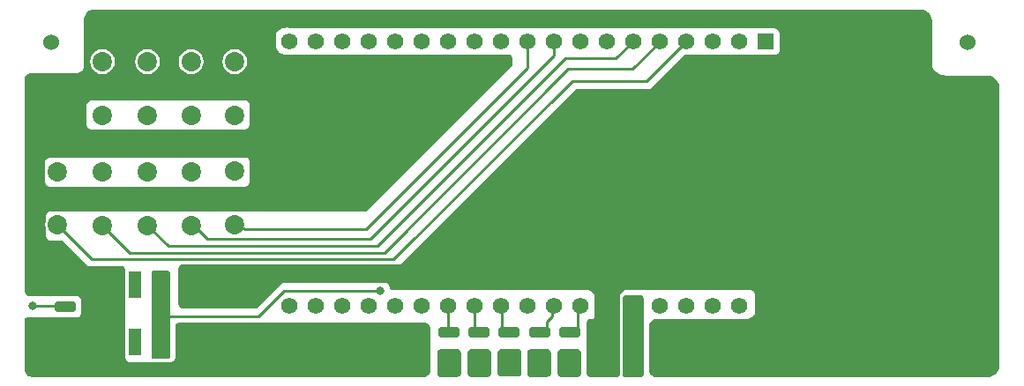
<source format=gtl>
G04*
G04 #@! TF.GenerationSoftware,Altium Limited,Altium Designer,22.5.1 (42)*
G04*
G04 Layer_Physical_Order=1*
G04 Layer_Color=255*
%FSLAX44Y44*%
%MOMM*%
G71*
G04*
G04 #@! TF.SameCoordinates,6AFA5DE7-E917-4A20-8E33-DC7232792B34*
G04*
G04*
G04 #@! TF.FilePolarity,Positive*
G04*
G01*
G75*
%ADD14C,0.2540*%
%ADD15R,1.2000X2.5000*%
G04:AMPARAMS|DCode=16|XSize=1mm|YSize=2mm|CornerRadius=0.25mm|HoleSize=0mm|Usage=FLASHONLY|Rotation=270.000|XOffset=0mm|YOffset=0mm|HoleType=Round|Shape=RoundedRectangle|*
%AMROUNDEDRECTD16*
21,1,1.0000,1.5000,0,0,270.0*
21,1,0.5000,2.0000,0,0,270.0*
1,1,0.5000,-0.7500,-0.2500*
1,1,0.5000,-0.7500,0.2500*
1,1,0.5000,0.7500,0.2500*
1,1,0.5000,0.7500,-0.2500*
%
%ADD16ROUNDEDRECTD16*%
%ADD17R,0.9000X1.0000*%
%ADD18R,1.0000X1.4000*%
%ADD27C,1.8600*%
%ADD28C,1.5240*%
%ADD29R,1.5600X1.5600*%
%ADD30C,1.5600*%
%ADD31C,0.8000*%
%ADD32C,0.6000*%
G36*
X1350804Y929201D02*
X1352884Y928339D01*
X1354756Y927088D01*
X1356348Y925496D01*
X1357599Y923624D01*
X1358461Y921544D01*
X1358900Y919336D01*
Y918210D01*
X1358900Y878840D01*
X1358900Y878840D01*
X1358961Y877595D01*
X1359447Y875153D01*
X1360400Y872853D01*
X1361783Y870783D01*
X1363543Y869023D01*
X1365613Y867639D01*
X1367913Y866687D01*
X1370355Y866201D01*
X1371600Y866140D01*
X1410970D01*
X1410970Y866140D01*
X1410970Y866140D01*
X1412221Y866140D01*
X1414674Y865652D01*
X1416986Y864695D01*
X1419066Y863305D01*
X1420835Y861536D01*
X1422224Y859456D01*
X1423182Y857144D01*
X1423670Y854691D01*
X1423670Y853440D01*
X1423670Y588010D01*
X1423670Y588010D01*
Y586884D01*
X1423230Y584676D01*
X1422369Y582596D01*
X1421118Y580724D01*
X1419526Y579132D01*
X1417654Y577881D01*
X1415574Y577019D01*
X1413366Y576580D01*
X1412240Y576580D01*
X1093468D01*
X1092205Y576580D01*
X1089872Y577547D01*
X1088086Y579332D01*
X1087120Y581666D01*
X1087120Y582929D01*
Y624843D01*
X1087120Y625594D01*
X1087412Y627066D01*
X1087987Y628452D01*
X1088821Y629700D01*
X1089882Y630761D01*
X1091131Y631595D01*
X1092517Y632168D01*
X1093989Y632461D01*
X1094740Y632460D01*
X1181158Y632460D01*
X1182370Y632460D01*
X1182370Y632460D01*
X1183609Y632581D01*
X1185899Y633529D01*
X1187651Y635281D01*
X1188599Y637571D01*
X1188720Y638810D01*
X1188720Y655320D01*
X1188720Y655320D01*
X1188720Y655320D01*
X1188719Y655324D01*
X1188623Y656311D01*
X1188550Y656488D01*
X1187865Y658143D01*
X1186463Y659545D01*
X1184631Y660303D01*
X1183640Y660400D01*
X1066800Y660400D01*
X1066800Y660400D01*
X1066053Y660363D01*
X1064588Y660072D01*
X1063208Y659500D01*
X1061966Y658670D01*
X1060909Y657614D01*
X1060079Y656372D01*
X1059508Y654992D01*
X1059217Y653527D01*
X1059180Y652780D01*
Y652517D01*
X1059130Y652268D01*
X1059130Y652268D01*
X1059130Y652267D01*
X1059130Y652130D01*
X1059139Y652085D01*
X1059130Y652040D01*
Y652039D01*
X1059152Y651931D01*
X1059152Y651930D01*
X1059152Y651930D01*
X1059147Y651830D01*
X1059157Y651759D01*
Y651758D01*
X1059161Y651735D01*
X1059161Y651734D01*
X1059161Y651733D01*
X1059157Y651666D01*
X1059179Y651516D01*
X1059174Y651430D01*
X1059174Y651430D01*
X1059180Y651414D01*
X1059180Y579120D01*
X1059180Y579120D01*
X1059180Y578615D01*
X1058793Y577681D01*
X1058079Y576967D01*
X1057145Y576580D01*
X1056640Y576580D01*
X1031240D01*
X1030482Y576580D01*
X1029082Y577159D01*
X1028010Y578230D01*
X1027430Y579631D01*
X1027430Y580388D01*
Y629408D01*
X1028010Y630808D01*
X1029082Y631880D01*
X1030482Y632460D01*
X1032510D01*
X1033006Y632508D01*
X1033922Y632886D01*
X1034623Y633587D01*
X1035002Y634504D01*
X1035050Y635000D01*
X1035050Y652780D01*
X1035050Y652780D01*
X1035050Y652780D01*
X1035050Y652783D01*
X1035013Y653527D01*
X1034927Y653960D01*
X1034723Y654992D01*
X1034151Y656373D01*
X1033321Y657615D01*
X1032265Y658671D01*
X1031023Y659501D01*
X1029642Y660072D01*
X1028177Y660364D01*
X1027430Y660400D01*
X840740Y660400D01*
X840234Y660400D01*
X839301Y660786D01*
X838586Y661501D01*
X838465Y661795D01*
X838200Y662939D01*
Y662940D01*
X838200Y662940D01*
X838200Y662940D01*
X838200Y662942D01*
X838127Y663683D01*
X837959Y664089D01*
X837559Y665057D01*
X836507Y666109D01*
X835134Y666677D01*
X834390Y666750D01*
X735330Y666750D01*
X711200Y642620D01*
X640080D01*
X639069Y642620D01*
X637202Y643393D01*
X635773Y644822D01*
X635000Y646690D01*
X635000Y647700D01*
X635000Y679454D01*
X635092Y680686D01*
X635773Y682331D01*
X637202Y683759D01*
X639070Y684531D01*
X640080Y684530D01*
X849094Y684530D01*
X1016624Y852362D01*
X1017484Y853224D01*
X1018621Y853423D01*
X1018800Y853440D01*
X1088390Y853440D01*
X1121410Y886460D01*
X1209040D01*
X1209783Y886533D01*
X1211157Y887102D01*
X1212208Y888153D01*
X1212777Y889527D01*
X1212850Y890270D01*
Y905510D01*
X1212850Y905510D01*
X1212850Y905510D01*
X1212728Y906749D01*
X1211780Y909038D01*
X1210028Y910790D01*
X1207739Y911738D01*
X1206500Y911860D01*
X741818Y911859D01*
X741818Y911859D01*
X740919Y912000D01*
X739102Y912080D01*
X737294Y911892D01*
X735532Y911439D01*
X733857Y910732D01*
X732304Y909786D01*
X730907Y908622D01*
X729697Y907264D01*
X729170Y906523D01*
X729170Y906523D01*
X729180Y904920D01*
X729186Y901716D01*
X729177Y898511D01*
X729153Y895307D01*
X729134Y893705D01*
X729308Y892956D01*
X729848Y891517D01*
X730628Y890193D01*
X731625Y889023D01*
X732808Y888042D01*
X734142Y887279D01*
X735588Y886758D01*
X737102Y886493D01*
X737870Y886460D01*
X952241D01*
X954108Y885687D01*
X955537Y884258D01*
X956310Y882391D01*
Y876300D01*
X815340Y735330D01*
X513080D01*
X513080Y735330D01*
X512089Y735232D01*
X510258Y734474D01*
X508856Y733072D01*
X508098Y731241D01*
X508000Y730250D01*
Y725725D01*
X507895Y725471D01*
X507488Y722380D01*
X507895Y719289D01*
X508000Y719035D01*
Y712468D01*
X508097Y711477D01*
X508856Y709646D01*
X510258Y708245D01*
X512089Y707487D01*
X513080Y707390D01*
X524510Y707390D01*
X548640Y683260D01*
X580390D01*
X580390Y683260D01*
X580390Y683260D01*
X580391D01*
X581558Y683091D01*
X582549Y682681D01*
X583621Y681609D01*
X584200Y680208D01*
X584200Y679450D01*
X584200Y595629D01*
X584297Y594638D01*
X585056Y592807D01*
X586458Y591405D01*
X588289Y590647D01*
X589280Y590550D01*
X627380D01*
X628371Y590648D01*
X630202Y591406D01*
X631604Y592808D01*
X632362Y594639D01*
X632460Y595630D01*
Y624842D01*
X632460Y625600D01*
X633040Y627000D01*
X634112Y628072D01*
X635512Y628651D01*
X636270Y628650D01*
X871220Y628650D01*
X871220Y628650D01*
X871220Y628650D01*
X872483Y628650D01*
X874817Y627684D01*
X876604Y625898D01*
X877570Y623563D01*
X877570Y622300D01*
X877570Y582930D01*
X877570Y582930D01*
X877570Y581667D01*
X876603Y579333D01*
X874817Y577547D01*
X872483Y576580D01*
X871220Y576580D01*
X495300D01*
Y576580D01*
X494549D01*
X493077Y576873D01*
X491691Y577447D01*
X490443Y578281D01*
X489381Y579343D01*
X488547Y580591D01*
X487973Y581977D01*
X487680Y583450D01*
X487680Y631193D01*
X487680Y631193D01*
X487950Y632351D01*
X488066Y632631D01*
X488781Y633345D01*
X489715Y633731D01*
X490220Y633730D01*
X537268Y633730D01*
X538480Y633730D01*
X538480Y633730D01*
X539224Y633802D01*
X539647Y633978D01*
X540598Y634371D01*
X541649Y635422D01*
X542217Y636796D01*
X542290Y637540D01*
X542290Y650240D01*
X542290Y650240D01*
X542290Y650240D01*
X542290Y650242D01*
X542217Y650983D01*
X542049Y651389D01*
X541649Y652357D01*
X540597Y653409D01*
X539224Y653977D01*
X538480Y654050D01*
X492760Y654050D01*
X491749Y654050D01*
X489882Y654823D01*
X488453Y656252D01*
X487680Y658120D01*
Y659130D01*
Y862331D01*
X487680Y863595D01*
X488646Y865928D01*
X490433Y867714D01*
X492767Y868680D01*
X494030Y868680D01*
X537271Y868680D01*
X538480Y868680D01*
X538480Y868680D01*
X539719Y868802D01*
X542009Y869749D01*
X543761Y871501D01*
X544708Y873791D01*
X544830Y875030D01*
X544830Y919481D01*
X544830Y919481D01*
X544879Y920731D01*
X545220Y922445D01*
X545986Y924294D01*
X547098Y925958D01*
X548513Y927373D01*
X550177Y928485D01*
X552026Y929250D01*
X553612Y929565D01*
X1348970D01*
X1350804Y929201D01*
D02*
G37*
G36*
X624840Y678815D02*
X624840Y678815D01*
X624841D01*
X625987Y678549D01*
X626279Y678428D01*
X626993Y677714D01*
X627380Y676780D01*
X627380Y676275D01*
X627380Y596265D01*
Y595760D01*
X626993Y594826D01*
X626279Y594112D01*
X625345Y593725D01*
X612140D01*
X611635Y593725D01*
X610701Y594112D01*
X609987Y594826D01*
X609600Y595760D01*
X609600Y596265D01*
Y676275D01*
X609600Y676780D01*
X609987Y677714D01*
X610701Y678428D01*
X611635Y678815D01*
X612140Y678815D01*
X624840Y678815D01*
X624840Y678815D01*
D02*
G37*
G36*
X961236Y603404D02*
X961994Y603404D01*
X963394Y602824D01*
X964466Y601752D01*
X964876Y600762D01*
X965046Y599595D01*
Y599594D01*
X965046Y599594D01*
X965046Y599594D01*
X965046Y580544D01*
X965046Y579786D01*
X964466Y578386D01*
X963394Y577314D01*
X962431Y576915D01*
X961236Y576734D01*
X945238D01*
X943838Y577314D01*
X942766Y578386D01*
X942186Y579786D01*
Y599594D01*
X942186Y600352D01*
X942766Y601752D01*
X943838Y602824D01*
X945238Y603404D01*
X945996Y603404D01*
X945996Y603404D01*
X961236Y603404D01*
D02*
G37*
G36*
X932180Y603250D02*
X932938Y603250D01*
X934338Y602670D01*
X935410Y601598D01*
X935820Y600608D01*
X935990Y599441D01*
Y599440D01*
X935990Y599440D01*
X935990Y599440D01*
X935990Y580390D01*
X935990Y579632D01*
X935410Y578232D01*
X934338Y577160D01*
X933375Y576761D01*
X932180Y576580D01*
X916182D01*
X914782Y577160D01*
X913710Y578232D01*
X913130Y579632D01*
Y599440D01*
X913130Y600198D01*
X913710Y601598D01*
X914782Y602670D01*
X916182Y603250D01*
X916940Y603250D01*
X916940Y603250D01*
X932180Y603250D01*
D02*
G37*
G36*
X1018540Y603250D02*
X1019298Y603250D01*
X1020698Y602670D01*
X1021770Y601598D01*
X1022180Y600608D01*
X1022350Y599440D01*
Y599440D01*
X1022350Y599440D01*
X1022350Y599440D01*
X1022350Y580390D01*
X1022350Y579632D01*
X1021770Y578232D01*
X1020698Y577160D01*
X1019735Y576761D01*
X1018540Y576580D01*
X1002542D01*
X1001142Y577160D01*
X1000070Y578232D01*
X999490Y579632D01*
Y599440D01*
X999490Y600198D01*
X1000070Y601598D01*
X1001142Y602670D01*
X1002542Y603250D01*
X1003300Y603250D01*
X1003300Y603250D01*
X1018540Y603250D01*
D02*
G37*
G36*
X989330D02*
X990088Y603250D01*
X991488Y602670D01*
X992560Y601598D01*
X992970Y600608D01*
X993140Y599440D01*
Y599440D01*
X993140Y599440D01*
X993140Y599440D01*
X993140Y580390D01*
X993140Y579632D01*
X992560Y578232D01*
X991488Y577160D01*
X990525Y576761D01*
X989330Y576580D01*
X973332D01*
X971932Y577160D01*
X970860Y578232D01*
X970280Y579632D01*
Y599440D01*
X970280Y600198D01*
X970860Y601598D01*
X971932Y602670D01*
X973332Y603250D01*
X974090Y603250D01*
X974090Y603250D01*
X989330Y603250D01*
D02*
G37*
G36*
X902970D02*
X903728Y603250D01*
X905128Y602670D01*
X906200Y601598D01*
X906610Y600608D01*
X906780Y599440D01*
Y599440D01*
X906780Y599440D01*
X906780Y599440D01*
X906780Y580390D01*
X906780Y579632D01*
X906200Y578232D01*
X905128Y577160D01*
X904165Y576761D01*
X902970Y576580D01*
X886972D01*
X885572Y577160D01*
X884500Y578232D01*
X883920Y579632D01*
Y599440D01*
X883920Y600198D01*
X884500Y601598D01*
X885572Y602670D01*
X886972Y603250D01*
X887730Y603250D01*
X887730Y603250D01*
X902970Y603250D01*
D02*
G37*
G36*
X1065530Y655320D02*
X1078230Y655320D01*
X1078230Y655320D01*
X1078230Y655320D01*
X1078231D01*
X1079393Y655152D01*
X1080388Y654740D01*
X1081460Y653668D01*
X1082040Y652268D01*
X1082040Y651510D01*
X1082040Y579120D01*
X1082040D01*
Y578615D01*
X1081653Y577681D01*
X1080939Y576967D01*
X1080005Y576580D01*
X1064260D01*
X1064260Y576580D01*
X1063755Y576580D01*
X1062821Y576967D01*
X1062107Y577681D01*
X1061753Y578534D01*
X1061770Y578615D01*
X1061770Y578615D01*
X1061770Y578615D01*
X1061770Y579120D01*
X1061770Y579120D01*
X1061770Y651511D01*
X1061733Y651695D01*
X1061738Y651796D01*
X1061738Y651796D01*
X1061743Y651884D01*
X1061720Y652039D01*
Y652040D01*
X1061723Y652106D01*
X1061720Y652130D01*
X1061720Y652268D01*
X1061720Y652268D01*
X1062300Y653668D01*
X1063372Y654740D01*
X1064772Y655320D01*
X1065530Y655320D01*
D02*
G37*
%LPC*%
G36*
X689610Y891282D02*
X686519Y890875D01*
X683639Y889682D01*
X681166Y887784D01*
X679268Y885311D01*
X678075Y882431D01*
X677668Y879340D01*
X678075Y876249D01*
X679268Y873369D01*
X681166Y870896D01*
X683639Y868998D01*
X686519Y867805D01*
X689610Y867398D01*
X692701Y867805D01*
X695581Y868998D01*
X698054Y870896D01*
X699952Y873369D01*
X701145Y876249D01*
X701552Y879340D01*
X701145Y882431D01*
X699952Y885311D01*
X698054Y887784D01*
X695581Y889682D01*
X692701Y890875D01*
X689610Y891282D01*
D02*
G37*
G36*
X647700D02*
X644609Y890875D01*
X641729Y889682D01*
X639256Y887784D01*
X637358Y885311D01*
X636165Y882431D01*
X635758Y879340D01*
X636165Y876249D01*
X637358Y873369D01*
X639256Y870896D01*
X641729Y868998D01*
X644609Y867805D01*
X647700Y867398D01*
X650791Y867805D01*
X653671Y868998D01*
X656144Y870896D01*
X658042Y873369D01*
X659235Y876249D01*
X659642Y879340D01*
X659235Y882431D01*
X658042Y885311D01*
X656144Y887784D01*
X653671Y889682D01*
X650791Y890875D01*
X647700Y891282D01*
D02*
G37*
G36*
X605790D02*
X602699Y890875D01*
X599819Y889682D01*
X597346Y887784D01*
X595448Y885311D01*
X594255Y882431D01*
X593848Y879340D01*
X594255Y876249D01*
X595448Y873369D01*
X597346Y870896D01*
X599819Y868998D01*
X602699Y867805D01*
X605790Y867398D01*
X608881Y867805D01*
X611761Y868998D01*
X614234Y870896D01*
X616132Y873369D01*
X617325Y876249D01*
X617732Y879340D01*
X617325Y882431D01*
X616132Y885311D01*
X614234Y887784D01*
X611761Y889682D01*
X608881Y890875D01*
X605790Y891282D01*
D02*
G37*
G36*
X562610D02*
X559519Y890875D01*
X556639Y889682D01*
X554166Y887784D01*
X552268Y885311D01*
X551075Y882431D01*
X550668Y879340D01*
X551075Y876249D01*
X552268Y873369D01*
X554166Y870896D01*
X556639Y868998D01*
X559519Y867805D01*
X562610Y867398D01*
X565701Y867805D01*
X568581Y868998D01*
X571054Y870896D01*
X572952Y873369D01*
X574145Y876249D01*
X574552Y879340D01*
X574145Y882431D01*
X572952Y885311D01*
X571054Y887784D01*
X568581Y889682D01*
X565701Y890875D01*
X562610Y891282D01*
D02*
G37*
G36*
X699770Y842010D02*
X699770Y842010D01*
X552450Y842010D01*
X551440Y842010D01*
X549572Y841237D01*
X548143Y839808D01*
X547454Y838143D01*
X547370Y837940D01*
X547370Y836930D01*
X547370Y836930D01*
X547370Y836930D01*
X547370Y835660D01*
X547370Y820323D01*
X547270Y820152D01*
X547370Y819149D01*
X547370Y819149D01*
Y818890D01*
X547370Y818139D01*
X548143Y816272D01*
X549572Y814843D01*
X551439Y814070D01*
X552450Y814070D01*
X699510D01*
X701378Y814843D01*
X702807Y816272D01*
X703580Y818139D01*
Y819150D01*
X703580D01*
X703580Y838200D01*
X703580Y838958D01*
X703000Y840358D01*
X701928Y841430D01*
X700938Y841840D01*
X700528Y842010D01*
X699771Y842010D01*
X699770Y842010D01*
X699770Y842010D01*
D02*
G37*
G36*
X700528Y787400D02*
X699771Y787400D01*
X699770Y787400D01*
X699770Y787400D01*
X698500Y787400D01*
X513080Y787400D01*
X511968Y787400D01*
X509912Y786548D01*
X508339Y784975D01*
X507543Y783055D01*
X507488Y782920D01*
X507488Y781808D01*
X507488Y781808D01*
X507488Y781808D01*
X507488Y765052D01*
Y763940D01*
X508339Y761885D01*
X509912Y760312D01*
X511967Y759461D01*
X513079D01*
X513079Y759461D01*
X698500Y759460D01*
X699510Y759460D01*
X701377Y760233D01*
X702806Y761662D01*
X703580Y763529D01*
X703580Y764540D01*
X703580Y764540D01*
X703580Y783590D01*
X703580Y784348D01*
X703000Y785748D01*
X701928Y786820D01*
X700966Y787219D01*
X700933Y787232D01*
X700933D01*
X700528Y787400D01*
D02*
G37*
%LPD*%
D14*
X526640Y644765D02*
X527035Y644370D01*
X647700Y722210D02*
X650660D01*
X663350Y709520D02*
X820010D01*
X650660Y722210D02*
X663350Y709520D01*
X970280Y873760D02*
Y899160D01*
X699128Y718820D02*
X815340D01*
X970280Y873760D01*
X995680Y885190D02*
Y899160D01*
X820010Y709520D02*
X995680Y885190D01*
X833120Y695960D02*
X1009650Y872490D01*
X588860Y695960D02*
X833120D01*
X1009650Y872490D02*
X1071535D01*
X1013460Y861060D02*
X1084580D01*
X552200Y689610D02*
X842010D01*
X1013460Y861060D01*
X519430Y722380D02*
X552200Y689610D01*
X562610Y722210D02*
X588860Y695960D01*
X605790Y722210D02*
X625690Y702310D01*
X826770D02*
X1007110Y882650D01*
X625690Y702310D02*
X826770D01*
X736600Y659130D02*
X829310D01*
X612738Y635000D02*
X712470D01*
X736600Y659130D01*
X1084580Y861060D02*
X1122680Y899160D01*
X1071535Y872490D02*
X1097280Y898235D01*
X1055370Y882650D02*
X1071880Y899160D01*
X1007110Y882650D02*
X1055370D01*
X1097280Y898235D02*
Y899160D01*
X495695Y644765D02*
X526640D01*
X495300Y645160D02*
X495695Y644765D01*
X692683Y719557D02*
X698391D01*
X699128Y718820D01*
X689610Y722630D02*
X692683Y719557D01*
X982028Y619347D02*
X985694D01*
X989330Y622984D02*
Y629920D01*
X994455Y635046D01*
X985694Y619347D02*
X989330Y622984D01*
X994455Y643935D02*
X995680Y645160D01*
X994455Y635046D02*
Y643935D01*
X1015254Y619347D02*
X1018891Y622984D01*
X1010920Y619347D02*
X1015254D01*
X1018891Y642971D02*
X1021080Y645160D01*
X1018891Y622984D02*
Y642971D01*
X945892Y622984D02*
Y644147D01*
X949529Y619347D02*
X953135D01*
X944880Y645160D02*
X945892Y644147D01*
Y622984D02*
X949529Y619347D01*
X919480Y622984D02*
X923116Y619347D01*
X919480Y622984D02*
Y645160D01*
X923116Y619347D02*
X924242D01*
X894080Y620617D02*
Y645160D01*
Y620617D02*
X895350Y619347D01*
D15*
X593490Y610040D02*
D03*
X618490D02*
D03*
X643490D02*
D03*
Y665040D02*
D03*
X618490D02*
D03*
X593490D02*
D03*
D16*
X953150Y593467D02*
D03*
X953135Y619347D02*
D03*
X895365Y593467D02*
D03*
X895350Y619347D02*
D03*
X982028D02*
D03*
X982042Y593467D02*
D03*
X1010920Y619347D02*
D03*
X1010935Y593467D02*
D03*
X924258D02*
D03*
X924242Y619347D02*
D03*
X527050Y618490D02*
D03*
X527035Y644370D02*
D03*
D17*
X1067100Y615950D02*
D03*
X1054100D02*
D03*
D18*
X1068950Y595550D02*
D03*
X1051950D02*
D03*
D27*
X605790Y773510D02*
D03*
Y747860D02*
D03*
Y722210D02*
D03*
X562610Y773510D02*
D03*
Y747860D02*
D03*
Y722210D02*
D03*
X689610Y722630D02*
D03*
Y748280D02*
D03*
Y773930D02*
D03*
Y879340D02*
D03*
Y853690D02*
D03*
Y828040D02*
D03*
X647700Y879340D02*
D03*
Y853690D02*
D03*
Y828040D02*
D03*
X605790Y879340D02*
D03*
Y853690D02*
D03*
Y828040D02*
D03*
X562610Y879340D02*
D03*
Y853690D02*
D03*
Y828040D02*
D03*
X647700Y722210D02*
D03*
Y747860D02*
D03*
Y773510D02*
D03*
X519430Y722380D02*
D03*
Y748030D02*
D03*
Y773680D02*
D03*
D28*
X1393190Y897890D02*
D03*
X513080D02*
D03*
D29*
X1198880Y899160D02*
D03*
D30*
X1173480D02*
D03*
X741680D02*
D03*
X1148080D02*
D03*
X1122680D02*
D03*
X1097280D02*
D03*
X1071880D02*
D03*
X1046480D02*
D03*
X1021080D02*
D03*
X995680D02*
D03*
X970280D02*
D03*
X944880D02*
D03*
X919480D02*
D03*
X894080D02*
D03*
X868680D02*
D03*
X843280D02*
D03*
X817880D02*
D03*
X792480D02*
D03*
X767080D02*
D03*
X1198880Y645160D02*
D03*
X1173480D02*
D03*
X1148080D02*
D03*
X1122680D02*
D03*
X1097280D02*
D03*
X1071880D02*
D03*
X1046480D02*
D03*
X1021080D02*
D03*
X995680D02*
D03*
X970280D02*
D03*
X944880D02*
D03*
X919480D02*
D03*
X894080D02*
D03*
X868680D02*
D03*
X843280D02*
D03*
X817880D02*
D03*
X792480D02*
D03*
X767080D02*
D03*
X741680D02*
D03*
D31*
X1109218Y838200D02*
D03*
X1130935Y857250D02*
D03*
X1152652Y838200D02*
D03*
X1174369Y857250D02*
D03*
X1196086Y838200D02*
D03*
X1217803Y857250D02*
D03*
X1239520Y838200D02*
D03*
X821182Y595630D02*
D03*
X799465Y614680D02*
D03*
X777748Y595630D02*
D03*
X756031Y614680D02*
D03*
X734314Y595630D02*
D03*
X712597Y614680D02*
D03*
X690880Y595630D02*
D03*
X520700Y849630D02*
D03*
X508000Y862330D02*
D03*
X495300Y849630D02*
D03*
X829310Y659130D02*
D03*
X1037590Y617220D02*
D03*
X495300Y645160D02*
D03*
D32*
X895350Y581660D02*
D03*
X1010920D02*
D03*
X981710D02*
D03*
X952500D02*
D03*
X923290D02*
D03*
M02*

</source>
